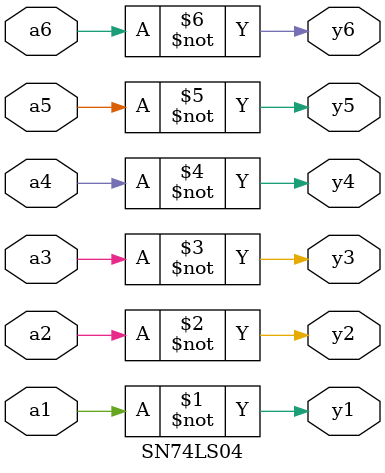
<source format=v>
`timescale 1ns / 1ps

module SN74LS04
(
    input wire a1,
    output wire y1,
    
    input wire a2,
    output wire y2,
    
    input wire a3,
    output wire y3,

    input wire a4,
    output wire y4,
    
    input wire a5,
    output wire y5,
    
    input wire a6,
    output wire y6,
);

assign y1 = ~a1;
assign y2 = ~a2;
assign y3 = ~a3;
assign y4 = ~a4;
assign y5 = ~a5;
assign y6 = ~a6;

endmodule

</source>
